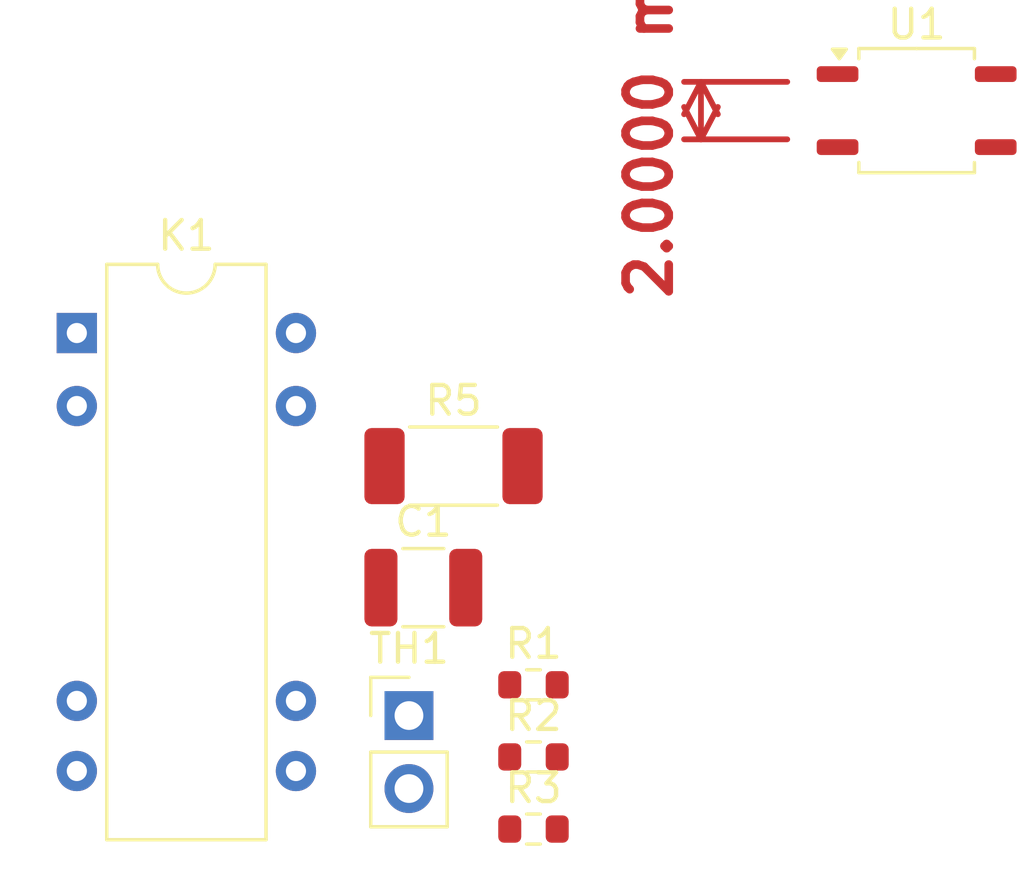
<source format=kicad_pcb>
(kicad_pcb (version 20240108) (generator "pcbnew") (generator_version "8.0")
  (layers (0 "F.Cu" signal) (31 "B.Cu" signal) (34 "B.Paste" user) (35 "F.Paste" user) (36 "B.SilkS" user "B.Silkscreen") (37 "F.SilkS" user "F.Silkscreen") (38 "B.Mask" user) (39 "F.Mask" user) (44 "Edge.Cuts" user))
  (net 0 "")
  (net 1 "HV+_VEH")
  (net 2 "Net-(Q2-G)")
  (net 3 "Net-(K1-Pad7)")
  (net 4 "Net-(R1-Pad2)")
  (net 5 "Net-(D1-K)")
  (net 6 "HV+")
  (net 7 "Net-(D2-K)")
  (net 8 "Net-(Q2-D)")
  (net 9 "GND")
  (net 10 "3V3")
  (net 11 "PC_on_24V")
  (net 12 "state_detection")
  (footprint "Connector_PinHeader_2.54mm:PinHeader_1x02_P2.54mm_Vertical" (layer "F.Cu") (at 122.845 104.05)
    (property "Reference" "TH1" (at 0 -2.33 0) (layer "F.SilkS"))
    (property "Value" "PTCEL13R251N")
    (fp_line (start -1.33 -1.33) (end 0 -1.33) (stroke (width 0.12)) (layer "F.SilkS"))
    (fp_line (start -1.33 0) (end -1.33 -1.33) (stroke (width 0.12)) (layer "F.SilkS"))
    (fp_line (start -1.33 1.27) (end -1.33 3.87) (stroke (width 0.12)) (layer "F.SilkS"))
    (fp_line (start -1.33 1.27) (end 1.33 1.27) (stroke (width 0.12)) (layer "F.SilkS"))
    (fp_line (start -1.33 3.87) (end 1.33 3.87) (stroke (width 0.12)) (layer "F.SilkS"))
    (fp_line (start 1.33 1.27) (end 1.33 3.87) (stroke (width 0.12)) (layer "F.SilkS"))
    (pad "1" thru_hole rect (at 0 0) (size 1.7 1.7) (drill 1) (layers "*.Cu" "*.Mask") (net 3 "Net-(K1-Pad7)"))
    (pad "2" thru_hole oval (at 0 2.54) (size 1.7 1.7) (drill 1) (layers "*.Cu" "*.Mask") (net 8 "Net-(Q2-D)"))
  )
  (footprint "Resistor_SMD:R_2010_5025Metric_Pad1.40x2.65mm_HandSolder" (layer "F.Cu") (at 124.395 95.37)
    (property "Reference" "R5" (at 0 -2.28 0) (layer "F.SilkS"))
    (property "Value" "1M (600V)")
    (fp_line (start -1.527064 -1.36) (end 1.527064 -1.36) (stroke (width 0.12)) (layer "F.SilkS"))
    (fp_line (start -1.527064 1.36) (end 1.527064 1.36) (stroke (width 0.12)) (layer "F.SilkS"))
    (pad "1" smd roundrect (at -2.4 0) (size 1.4 2.65) (layers "F.Cu" "F.Paste" "F.Mask") (roundrect_rratio 0.178571) (net 6 "HV+"))
    (pad "2" smd roundrect (at 2.4 0) (size 1.4 2.65) (layers "F.Cu" "F.Paste" "F.Mask") (roundrect_rratio 0.178571) (net 7 "Net-(D2-K)"))
  )
  (footprint "Resistor_SMD:R_0603_1608Metric" (layer "F.Cu") (at 127.175 105.49)
    (property "Reference" "R2" (at 0 -1.43 0) (layer "F.SilkS"))
    (property "Value" "100k")
    (fp_line (start -0.237258 -0.5225) (end 0.237258 -0.5225) (stroke (width 0.12)) (layer "F.SilkS"))
    (fp_line (start -0.237258 0.5225) (end 0.237258 0.5225) (stroke (width 0.12)) (layer "F.SilkS"))
    (pad "1" smd roundrect (at -0.825 0) (size 0.8 0.95) (layers "F.Cu" "F.Paste" "F.Mask") (net 1 "HV+_VEH"))
    (pad "2" smd roundrect (at 0.825 0) (size 0.8 0.95) (layers "F.Cu" "F.Paste" "F.Mask") (net 5 "Net-(D1-K)"))
  )
  (footprint "Resistor_SMD:R_0603_1608Metric" (layer "F.Cu") (at 127.175 108)
    (property "Reference" "R3" (at 0 -1.43 0) (layer "F.SilkS"))
    (property "Value" "1k")
    (fp_line (start -0.237258 -0.5225) (end 0.237258 -0.5225) (stroke (width 0.12)) (layer "F.SilkS"))
    (fp_line (start -0.237258 0.5225) (end 0.237258 0.5225) (stroke (width 0.12)) (layer "F.SilkS"))
    (pad "1" smd roundrect (at -0.825 0) (size 0.8 0.95) (layers "F.Cu" "F.Paste" "F.Mask") (net 5 "Net-(D1-K)"))
    (pad "2" smd roundrect (at 0.825 0) (size 0.8 0.95) (layers "F.Cu" "F.Paste" "F.Mask") (net 2 "Net-(Q2-G)"))
  )
  (footprint "Capacitor_SMD:C_1210_3225Metric" (layer "F.Cu") (at 123.345 99.6)
    (property "Reference" "C1" (at 0 -2.3 0) (layer "F.SilkS"))
    (property "Value" "1u")
    (fp_line (start -0.711252 -1.36) (end 0.711252 -1.36) (stroke (width 0.12)) (layer "F.SilkS"))
    (fp_line (start -0.711252 1.36) (end 0.711252 1.36) (stroke (width 0.12)) (layer "F.SilkS"))
    (pad "1" smd roundrect (at -1.475 0) (size 1.15 2.7) (layers "F.Cu" "F.Paste" "F.Mask") (roundrect_rratio 0.217391) (net 2 "Net-(Q2-G)"))
    (pad "2" smd roundrect (at 1.475 0) (size 1.15 2.7) (layers "F.Cu" "F.Paste" "F.Mask") (roundrect_rratio 0.217391) (net 1 "HV+_VEH"))
  )
  (footprint "Resistor_SMD:R_0603_1608Metric" (layer "F.Cu") (at 127.175 102.98)
    (property "Reference" "R1" (at 0 -1.43 0) (layer "F.SilkS"))
    (property "Value" "520")
    (fp_line (start -0.237258 -0.5225) (end 0.237258 -0.5225) (stroke (width 0.12)) (layer "F.SilkS"))
    (fp_line (start -0.237258 0.5225) (end 0.237258 0.5225) (stroke (width 0.12)) (layer "F.SilkS"))
    (pad "1" smd roundrect (at -0.825 0) (size 0.8 0.95) (layers "F.Cu" "F.Paste" "F.Mask") (net 12 "state_detection"))
    (pad "2" smd roundrect (at 0.825 0) (size 0.8 0.95) (layers "F.Cu" "F.Paste" "F.Mask") (net 4 "Net-(R1-Pad2)"))
  )
  (footprint "Relay_THT:Relay_StandexMeder_DIP_LowProfile" (layer "F.Cu") (at 111.295 90.74)
    (property "Reference" "K1" (at 3.81 -3.39 0) (layer "F.SilkS"))
    (property "Value" "DIPxx-2Axx-21x")
    (fp_line (start 1.04 -2.39) (end 1.04 17.63) (stroke (width 0.12)) (layer "F.SilkS"))
    (fp_line (start 1.04 17.63) (end 6.58 17.63) (stroke (width 0.12)) (layer "F.SilkS"))
    (fp_line (start 2.81 -2.39) (end 1.04 -2.39) (stroke (width 0.12)) (layer "F.SilkS"))
    (fp_line (start 6.58 -2.39) (end 4.81 -2.39) (stroke (width 0.12)) (layer "F.SilkS"))
    (fp_line (start 6.58 17.63) (end 6.58 -2.39) (stroke (width 0.12)) (layer "F.SilkS"))
    (fp_arc (start 4.81 -2.39) (mid 3.81 -1.39) (end 2.81 -2.39) (stroke (width 0.12)) (layer "F.SilkS"))
    (pad "1" thru_hole rect (at 0 0) (size 1.4 1.4) (drill 0.7) (layers "*.Cu" "*.Mask") (net 6 "HV+"))
    (pad "2" thru_hole circle (at 0 2.54) (size 1.4 1.4) (drill 0.7) (layers "*.Cu" "*.Mask") (net 9 "GND"))
    (pad "6" thru_hole circle (at 0 12.8) (size 1.4 1.4) (drill 0.7) (layers "*.Cu" "*.Mask") (net 11 "PC_on_24V"))
    (pad "7" thru_hole circle (at 0 15.24) (size 1.4 1.4) (drill 0.7) (layers "*.Cu" "*.Mask") (net 3 "Net-(K1-Pad7)"))
    (pad "8" thru_hole circle (at 7.62 15.24) (size 1.4 1.4) (drill 0.7) (layers "*.Cu" "*.Mask") (net 12 "state_detection"))
    (pad "9" thru_hole circle (at 7.62 12.8) (size 1.4 1.4) (drill 0.7) (layers "*.Cu" "*.Mask"))
    (pad "13" thru_hole circle (at 7.62 2.54) (size 1.4 1.4) (drill 0.7) (layers "*.Cu" "*.Mask"))
    (pad "14" thru_hole circle (at 7.62 0) (size 1.4 1.4) (drill 0.7) (layers "*.Cu" "*.Mask") (net 10 "3V3"))
  )
  (footprint "Package_SO:SOP-4_3.8x4.1mm_P2.54mm" (layer "F.Cu") (at 140.5 83)
    (property "Reference" "U1" (at 0 -3 0) (layer "F.SilkS"))
    (property "Value" "WL_OCPT")
    (fp_line (start -2.01 -2.16) (end -2.01 -1.805) (stroke (width 0.12)) (layer "F.SilkS"))
    (fp_line (start -2.01 2.16) (end -2.01 1.805) (stroke (width 0.12)) (layer "F.SilkS"))
    (fp_line (start 0 -2.16) (end -2.01 -2.16) (stroke (width 0.12)) (layer "F.SilkS"))
    (fp_line (start 0 -2.16) (end 2.01 -2.16) (stroke (width 0.12)) (layer "F.SilkS"))
    (fp_line (start 0 2.16) (end -2.01 2.16) (stroke (width 0.12)) (layer "F.SilkS"))
    (fp_line (start 0 2.16) (end 2.01 2.16) (stroke (width 0.12)) (layer "F.SilkS"))
    (fp_line (start 2.01 -2.16) (end 2.01 -1.805) (stroke (width 0.12)) (layer "F.SilkS"))
    (fp_line (start 2.01 2.16) (end 2.01 1.805) (stroke (width 0.12)) (layer "F.SilkS"))
    (fp_poly (pts (xy -2.6875 -1.805) (xy -2.9275 -2.135) (xy -2.4475 -2.135) (xy -2.6875 -1.805)) (stroke (width 0.12)) (fill solid) (layer "F.SilkS"))
    (pad "1" smd roundrect (at -2.75 -1.27) (size 1.45 0.55) (layers "F.Cu" "F.Paste" "F.Mask") (net 4 "Net-(R1-Pad2)"))
    (pad "2" smd roundrect (at -2.75 1.27) (size 1.45 0.55) (layers "F.Cu" "F.Paste" "F.Mask") (net 9 "GND"))
    (pad "3" smd roundrect (at 2.75 1.27) (size 1.45 0.55) (layers "F.Cu" "F.Paste" "F.Mask") (net 5 "Net-(D1-K)"))
    (pad "4" smd roundrect (at 2.75 -1.27) (size 1.45 0.55) (layers "F.Cu" "F.Paste" "F.Mask") (net 7 "Net-(D2-K)"))
  )
  (dimension (type aligned) (layer "F.Cu") (pts (xy 136.5 82) (xy 136.5 84)) (height 3.499999) (gr_text "2,0000 mm" (at 131.200001 83 90) (layer "F.Cu") (effects (font (size 1.5 1.5) (thickness 0.3)))) (format (prefix "") (suffix "") (units 3) (units_format 1) (precision 4)) (style (thickness 0.2) (arrow_length 1.27) (text_position_mode 0) (extension_height 0.58642) (extension_offset 0.5) keep_text_aligned))
)
</source>
